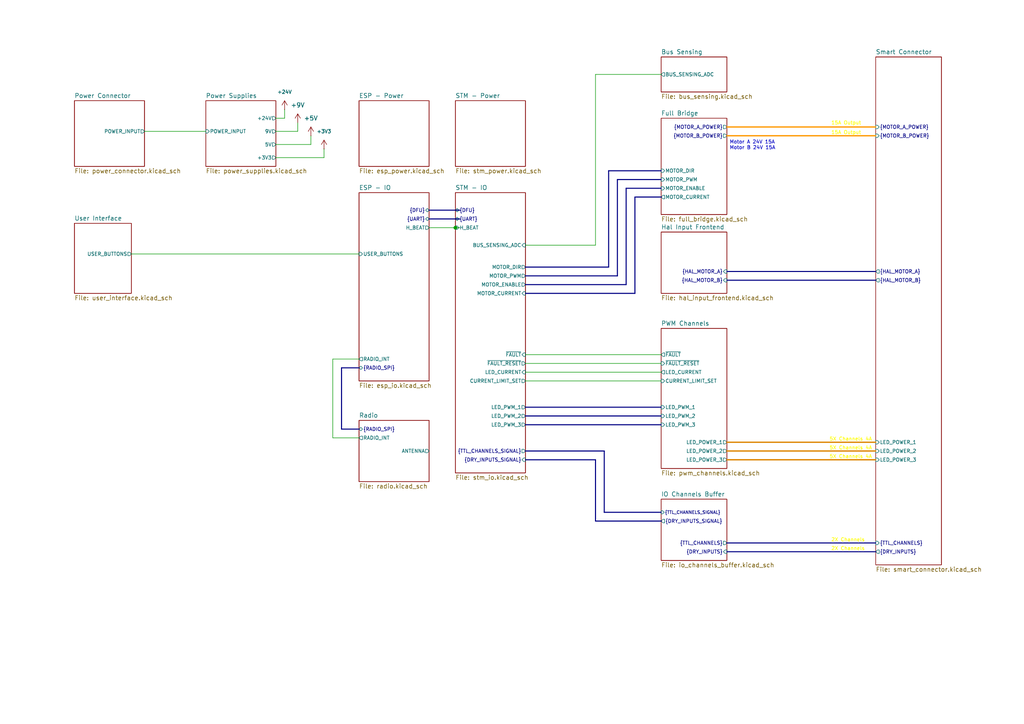
<source format=kicad_sch>
(kicad_sch (version 20250114) (generator "eeschema") (generator_version "9.0")
  (paper "A4")
  (lib_symbols
    (symbol "power:+24V" (power) (pin_numbers (hide yes)) (pin_names (offset 0) (hide yes))
      (property "Value" "+24V" (at 0 3.556 0))
      (symbol "+24V_0_1"
        (polyline (pts (xy -0.762 1.27) (xy 0 2.54)))
        (polyline (pts (xy 0 2.54) (xy 0.762 1.27)))
        (polyline (pts (xy 0 0) (xy 0 2.54)))
      )
      (symbol "+24V_1_1"
        (pin power_in line (at 0 0 90) (length 0) (name "~") (number "1"))
      )
    )
    (symbol "power:+3V3" (power) (pin_numbers (hide yes)) (pin_names (offset 0) (hide yes))
      (property "Value" "+3V3" (at 0 3.556 0))
      (symbol "+3V3_0_1"
        (polyline (pts (xy -0.762 1.27) (xy 0 2.54)))
        (polyline (pts (xy 0 2.54) (xy 0.762 1.27)))
        (polyline (pts (xy 0 0) (xy 0 2.54)))
      )
      (symbol "+3V3_1_1"
        (pin power_in line (at 0 0 90) (length 0) (name "~") (number "1"))
      )
    )
    (symbol "power:+5V" (power) (pin_numbers (hide yes)) (pin_names (offset 0) (hide yes))
      (property "Value" "+5V" (at 0 3.556 0))
      (symbol "+5V_0_1"
        (polyline (pts (xy -0.762 1.27) (xy 0 2.54)))
        (polyline (pts (xy 0 2.54) (xy 0.762 1.27)))
        (polyline (pts (xy 0 0) (xy 0 2.54)))
      )
      (symbol "+5V_1_1"
        (pin power_in line (at 0 0 90) (length 0) (name "~") (number "1"))
      )
    )
    (symbol "power:+9V" (power) (pin_numbers (hide yes)) (pin_names (offset 0) (hide yes))
      (property "Value" "+9V" (at 0 3.556 0))
      (symbol "+9V_0_1"
        (polyline (pts (xy -0.762 1.27) (xy 0 2.54)))
        (polyline (pts (xy 0 2.54) (xy 0.762 1.27)))
        (polyline (pts (xy 0 0) (xy 0 2.54)))
      )
      (symbol "+9V_1_1"
        (pin power_in line (at 0 0 90) (length 0) (name "~") (number "1"))
      )
    )
  )
  (text "2X Channels" (at 241.046 156.718 0) (effects (font (size 1.016 1.016)) (justify left)))
  (text "5X Channels 4A" (at 240.538 127.508 0) (effects (font (size 1.016 1.016)) (justify left)))
  (text "5X Channels 4A" (at 240.538 132.588 0) (effects (font (size 1.016 1.016)) (justify left)))
  (text "2X Channels" (at 241.046 159.258 0) (effects (font (size 1.016 1.016)) (justify left)))
  (text "15A Output" (at 241.046 38.608 0) (effects (font (size 1.016 1.016)) (justify left)))
  (text "5X Channels 4A" (at 240.538 130.048 0) (effects (font (size 1.016 1.016)) (justify left)))
  (text "Motor A 24V 15A\nMotor B 24V 15A" (at 211.582 42.164 0) (effects (font (size 1.016 1.016)) (justify left)))
  (text "15A Output" (at 241.046 35.814 0) (effects (font (size 1.016 1.016)) (justify left)))
  (junction (at 132.08 66.04))
  (wire (pts (xy 172.72 21.59) (xy 191.77 21.59)))
  (bus (pts (xy 172.72 133.35) (xy 152.4 133.35)))
  (bus (pts (xy 179.07 80.01) (xy 179.07 52.07)))
  (bus (pts (xy 152.4 130.81) (xy 175.26 130.81)))
  (wire (pts (xy 152.4 107.95) (xy 191.77 107.95)))
  (wire (pts (xy 104.14 127) (xy 96.52 127)))
  (wire (pts (xy 152.4 105.41) (xy 191.77 105.41)))
  (wire (pts (xy 132.08 66.04) (xy 133.35 66.04)))
  (bus (pts (xy 124.46 60.96) (xy 133.35 60.96)))
  (bus (pts (xy 184.15 57.15) (xy 191.77 57.15)))
  (bus (pts (xy 179.07 52.07) (xy 191.77 52.07)))
  (bus (pts (xy 152.4 118.11) (xy 191.77 118.11)))
  (bus (pts (xy 191.77 49.53) (xy 176.53 49.53)))
  (wire (pts (xy 38.1 73.66) (xy 104.14 73.66)))
  (wire (pts (xy 152.4 102.87) (xy 191.77 102.87)))
  (bus (pts (xy 181.61 82.55) (xy 181.61 54.61)))
  (wire (pts (xy 86.36 38.1) (xy 86.36 35.56)))
  (bus (pts (xy 99.06 124.46) (xy 104.14 124.46)))
  (wire (pts (xy 80.01 38.1) (xy 86.36 38.1)))
  (bus (pts (xy 175.26 130.81) (xy 175.26 148.59)))
  (bus (pts (xy 152.4 120.65) (xy 191.77 120.65)))
  (bus (pts (xy 176.53 77.47) (xy 152.4 77.47)))
  (bus (pts (xy 172.72 151.13) (xy 172.72 133.35)))
  (bus (pts (xy 152.4 123.19) (xy 191.77 123.19)))
  (bus (pts (xy 184.15 85.09) (xy 184.15 57.15)))
  (bus (pts (xy 152.4 85.09) (xy 184.15 85.09)))
  (bus (pts (xy 210.82 133.35) (xy 254 133.35)) (stroke (width 0.381) (color 221 133 0 1)))
  (bus (pts (xy 175.26 148.59) (xy 191.77 148.59)))
  (wire (pts (xy 93.98 45.72) (xy 80.01 45.72)))
  (bus (pts (xy 181.61 54.61) (xy 191.77 54.61)))
  (wire (pts (xy 82.55 34.29) (xy 80.01 34.29)))
  (wire (pts (xy 90.17 41.91) (xy 90.17 39.37)))
  (bus (pts (xy 104.14 106.68) (xy 99.06 106.68)))
  (wire (pts (xy 41.91 38.1) (xy 59.69 38.1)))
  (bus (pts (xy 152.4 82.55) (xy 181.61 82.55)))
  (wire (pts (xy 82.55 31.75) (xy 82.55 34.29)))
  (wire (pts (xy 152.4 71.12) (xy 172.72 71.12)))
  (bus (pts (xy 210.82 130.81) (xy 254 130.81)) (stroke (width 0.381) (color 221 133 0 1)))
  (wire (pts (xy 124.46 66.04) (xy 132.08 66.04)))
  (bus (pts (xy 210.82 81.28) (xy 254 81.28)))
  (wire (pts (xy 96.52 104.14) (xy 104.14 104.14)))
  (bus (pts (xy 210.82 157.48) (xy 254 157.48)))
  (wire (pts (xy 80.01 41.91) (xy 90.17 41.91)))
  (bus (pts (xy 210.82 160.02) (xy 254 160.02)))
  (bus (pts (xy 210.82 36.83) (xy 254 36.83)) (stroke (width 0.381) (color 255 153 0 1)))
  (bus (pts (xy 176.53 49.53) (xy 176.53 77.47)))
  (bus (pts (xy 210.82 128.27) (xy 254 128.27)) (stroke (width 0.381) (color 221 133 0 1)))
  (wire (pts (xy 152.4 110.49) (xy 191.77 110.49)))
  (wire (pts (xy 96.52 127) (xy 96.52 104.14)))
  (wire (pts (xy 172.72 71.12) (xy 172.72 21.59)))
  (bus (pts (xy 210.82 78.74) (xy 254 78.74)))
  (bus (pts (xy 191.77 151.13) (xy 172.72 151.13)))
  (bus (pts (xy 152.4 80.01) (xy 179.07 80.01)))
  (bus (pts (xy 99.06 106.68) (xy 99.06 124.46)))
  (wire (pts (xy 93.98 43.18) (xy 93.98 45.72)))
  (bus (pts (xy 124.46 63.5) (xy 133.35 63.5)))
  (bus (pts (xy 210.82 39.37) (xy 254 39.37)) (stroke (width 0.381) (color 255 153 0 1)))
  (symbol (lib_id "power:+9V") (at 86.36 35.56 0) (unit 1)
    (property "Reference" "#PWR0304" (effects (hide yes)))
    (property "Value" "+9V" (at 86.36 30.48 0))
    (property "Description" "Power symbol creates a global label with name \"+9V\"" (effects (hide yes)))
  )
  (symbol (lib_id "power:+5V") (at 90.17 39.37 0) (unit 1)
    (property "Reference" "#PWR0303" (effects (hide yes)))
    (property "Value" "+5V" (at 90.17 34.29 0))
    (property "Description" "Power symbol creates a global label with name \"+5V\"" (effects (hide yes)))
  )
  (symbol (lib_id "power:+3V3") (at 93.98 43.18 0) (unit 1)
    (property "Reference" "#PWR0302" (effects (hide yes)))
    (property "Value" "+3V3" (at 93.98 38.1 0) (effects (font (size 1.016 1.016))))
    (property "Description" "Power symbol creates a global label with name \"+3V3\"" (effects (hide yes)))
  )
  (symbol (lib_id "power:+24V") (at 82.55 31.75 0) (unit 1)
    (property "Reference" "#PWR0301" (effects (hide yes)))
    (property "Value" "+24V" (at 82.55 26.67 0) (effects (font (size 1.016 1.016))))
    (property "Description" "Power symbol creates a global label with name \"+24V\"" (effects (hide yes)))
  )
  (sheet (at 59.69 29.21) (size 20.32 19.05) (stroke (width 0.1524))
    (property "Sheetname" "Power Supplies" (at 59.69 28.4984 0) (effects (justify left bottom)))
    (property "Sheetfile" "power_supplies.kicad_sch" (at 59.69 48.8446 0) (effects (justify left top)))
    (pin "+3V3" output (at 80.01 45.72 0) (effects (font (size 1.016 1.016))))
    (pin "+24V" output (at 80.01 34.29 0) (effects (font (size 1.016 1.016))))
    (pin "POWER_INPUT" input (at 59.69 38.1 180) (effects (font (size 1.016 1.016))))
    (pin "5V" output (at 80.01 41.91 0) (effects (font (size 1.016 1.016))))
    (pin "9V" output (at 80.01 38.1 0) (effects (font (size 1.016 1.016))))
  )
  (sheet (at 104.14 55.88) (size 20.32 54.61) (stroke (width 0.1524))
    (property "Sheetname" "ESP - IO" (at 104.14 55.1684 0) (effects (justify left bottom)))
    (property "Sheetfile" "esp_io.kicad_sch" (at 104.14 111.0746 0) (effects (justify left top)))
    (pin "{UART}" bidirectional (at 124.46 63.5 0) (effects (font (size 1.016 1.016))))
    (pin "H_BEAT" output (at 124.46 66.04 0) (effects (font (size 1.016 1.016))))
    (pin "{DFU}" bidirectional (at 124.46 60.96 0) (effects (font (size 1.016 1.016))))
    (pin "RADIO_INT" output (at 104.14 104.14 180) (effects (font (size 1.016 1.016))))
    (pin "{RADIO_SPI}" bidirectional (at 104.14 106.68 180) (effects (font (size 1.016 1.016))))
    (pin "USER_BUTTONS" input (at 104.14 73.66 180) (effects (font (size 1.016 1.016))))
  )
  (sheet (at 104.14 29.21) (size 20.32 19.05) (stroke (width 0.1524))
    (property "Sheetname" "ESP - Power" (at 104.14 28.4984 0) (effects (justify left bottom)))
    (property "Sheetfile" "esp_power.kicad_sch" (at 104.14 48.8446 0) (effects (justify left top)))
  )
  (sheet (at 104.14 121.92) (size 20.32 17.78) (stroke (width 0.1524))
    (property "Sheetname" "Radio" (at 104.14 121.2084 0) (effects (justify left bottom)))
    (property "Sheetfile" "radio.kicad_sch" (at 104.14 140.2846 0) (effects (justify left top)))
    (pin "RADIO_INT" output (at 104.14 127 180) (effects (font (size 1.016 1.016))))
    (pin "{RADIO_SPI}" bidirectional (at 104.14 124.46 180) (effects (font (size 1.016 1.016))))
    (pin "ANTENNA" output (at 124.46 130.81 0) (effects (font (size 1.016 1.016))))
  )
  (sheet (at 132.08 29.21) (size 20.32 19.05) (stroke (width 0.1524))
    (property "Sheetname" "STM - Power" (at 132.08 28.4984 0) (effects (justify left bottom)))
    (property "Sheetfile" "stm_power.kicad_sch" (at 132.08 48.8446 0) (effects (justify left top)))
  )
  (sheet (at 21.59 29.21) (size 20.32 19.05) (stroke (width 0.1524))
    (property "Sheetname" "Power Connector" (at 21.59 28.4984 0) (effects (justify left bottom)))
    (property "Sheetfile" "power_connector.kicad_sch" (at 21.59 48.8446 0) (effects (justify left top)))
    (pin "POWER_INPUT" output (at 41.91 38.1 0) (effects (font (size 1.016 1.016))))
  )
  (sheet (at 191.77 67.31) (size 19.05 17.78) (stroke (width 0.1524))
    (property "Sheetname" "Hal Input Frontend" (at 191.77 66.5984 0) (effects (justify left bottom)))
    (property "Sheetfile" "hal_input_frontend.kicad_sch" (at 191.77 85.6746 0) (effects (justify left top)))
    (pin "{HAL_MOTOR_A}" input (at 210.82 78.74 0) (effects (font (size 1.016 1.016))))
    (pin "{HAL_MOTOR_B}" input (at 210.82 81.28 0) (effects (font (size 1.016 1.016))))
  )
  (sheet (at 254 16.51) (size 19.05 147.32) (stroke (width 0.1524))
    (property "Sheetname" "Smart Connector" (at 254 15.7984 0) (effects (justify left bottom)))
    (property "Sheetfile" "smart_connector.kicad_sch" (at 254 164.4146 0) (effects (justify left top)))
    (pin "{MOTOR_A_POWER}" input (at 254 36.83 180) (effects (font (size 1.016 1.016))))
    (pin "{MOTOR_B_POWER}" input (at 254 39.37 180) (effects (font (size 1.016 1.016))))
    (pin "{HAL_MOTOR_A}" output (at 254 78.74 180) (effects (font (size 1.016 1.016))))
    (pin "{HAL_MOTOR_B}" output (at 254 81.28 180) (effects (font (size 1.016 1.016))))
    (pin "{TTL_CHANNELS}" input (at 254 157.48 180) (effects (font (size 1.016 1.016))))
    (pin "{DRY_INPUTS}" output (at 254 160.02 180) (effects (font (size 1.016 1.016))))
    (pin "LED_POWER_1" input (at 254 128.27 180) (effects (font (size 1.016 1.016))))
    (pin "LED_POWER_2" input (at 254 130.81 180) (effects (font (size 1.016 1.016))))
    (pin "LED_POWER_3" input (at 254 133.35 180) (effects (font (size 1.016 1.016))))
  )
  (sheet (at 191.77 95.25) (size 19.05 40.64) (stroke (width 0.1524))
    (property "Sheetname" "PWM Channels" (at 191.77 94.5384 0) (effects (justify left bottom)))
    (property "Sheetfile" "pwm_channels.kicad_sch" (at 191.77 136.4746 0) (effects (justify left top)))
    (pin "LED_PWM_1" input (at 191.77 118.11 180) (effects (font (size 1.016 1.016))))
    (pin "LED_PWM_2" input (at 191.77 120.65 180) (effects (font (size 1.016 1.016))))
    (pin "LED_PWM_3" input (at 191.77 123.19 180) (effects (font (size 1.016 1.016))))
    (pin "LED_POWER_1" output (at 210.82 128.27 0) (effects (font (size 1.016 1.016))))
    (pin "LED_POWER_2" output (at 210.82 130.81 0) (effects (font (size 1.016 1.016))))
    (pin "LED_POWER_3" output (at 210.82 133.35 0) (effects (font (size 1.016 1.016))))
    (pin "CURRENT_LIMIT_SET" input (at 191.77 110.49 180) (effects (font (size 1.016 1.016))))
    (pin "LED_CURRENT" output (at 191.77 107.95 180) (effects (font (size 1.016 1.016))))
    (pin "~{FAULT_RESET}" input (at 191.77 105.41 180) (effects (font (size 1.016 1.016))))
    (pin "~{FAULT}" output (at 191.77 102.87 180) (effects (font (size 1.016 1.016))))
  )
  (sheet (at 191.77 34.29) (size 19.05 27.94) (stroke (width 0.1524))
    (property "Sheetname" "Full Bridge" (at 191.77 33.5784 0) (effects (justify left bottom)))
    (property "Sheetfile" "full_bridge.kicad_sch" (at 191.77 62.8146 0) (effects (justify left top)))
    (pin "{MOTOR_A_POWER}" output (at 210.82 36.83 0) (effects (font (size 1.016 1.016))))
    (pin "{MOTOR_B_POWER}" output (at 210.82 39.37 0) (effects (font (size 1.016 1.016))))
    (pin "MOTOR_CURRENT" output (at 191.77 57.15 180) (effects (font (size 1.016 1.016))))
    (pin "MOTOR_DIR" input (at 191.77 49.53 180) (effects (font (size 1.016 1.016))))
    (pin "MOTOR_ENABLE" input (at 191.77 54.61 180) (effects (font (size 1.016 1.016))))
    (pin "MOTOR_PWM" input (at 191.77 52.07 180) (effects (font (size 1.016 1.016))))
  )
  (sheet (at 191.77 16.51) (size 19.05 10.16) (stroke (width 0.1524))
    (property "Sheetname" "Bus Sensing" (at 191.77 15.7984 0) (effects (justify left bottom)))
    (property "Sheetfile" "bus_sensing.kicad_sch" (at 191.77 27.2546 0) (effects (justify left top)))
    (pin "BUS_SENSING_ADC" output (at 191.77 21.59 180) (effects (font (size 1.016 1.016))))
  )
  (sheet (at 191.77 144.78) (size 19.05 17.78) (stroke (width 0.1524))
    (property "Sheetname" "IO Channels Buffer" (at 191.77 144.0684 0) (effects (justify left bottom)))
    (property "Sheetfile" "io_channels_buffer.kicad_sch" (at 191.77 163.1446 0) (effects (justify left top)))
    (pin "{TTL_CHANNELS_SIGNAL}" input (at 191.77 148.59 180) (effects (font (size 0.889 0.889))))
    (pin "{TTL_CHANNELS}" output (at 210.82 157.48 0) (effects (font (size 1.016 1.016))))
    (pin "{DRY_INPUTS_SIGNAL}" output (at 191.77 151.13 180) (effects (font (size 1.016 1.016))))
    (pin "{DRY_INPUTS}" input (at 210.82 160.02 0) (effects (font (size 1.016 1.016))))
  )
  (sheet (at 21.59 64.77) (size 16.51 20.32) (stroke (width 0.1524))
    (property "Sheetname" "User Interface" (at 21.59 64.0584 0) (effects (justify left bottom)))
    (property "Sheetfile" "user_interface.kicad_sch" (at 21.59 85.6746 0) (effects (justify left top)))
    (pin "USER_BUTTONS" output (at 38.1 73.66 0) (effects (font (size 1.016 1.016))))
  )
  (sheet (at 132.08 55.88) (size 20.32 81.28) (stroke (width 0.1524))
    (property "Sheetname" "STM - IO" (at 132.08 55.1684 0) (effects (justify left bottom)))
    (property "Sheetfile" "stm_io.kicad_sch" (at 132.08 137.7446 0) (effects (justify left top)))
    (pin "{UART}" bidirectional (at 132.08 63.5 180) (effects (font (size 1.016 1.016))))
    (pin "H_BEAT" input (at 132.08 66.04 180) (effects (font (size 1.016 1.016))))
    (pin "{DFU}" bidirectional (at 132.08 60.96 180) (effects (font (size 1.016 1.016))))
    (pin "MOTOR_PWM" output (at 152.4 80.01 0) (effects (font (size 1.016 1.016))))
    (pin "{TTL_CHANNELS_SIGNAL}" output (at 152.4 130.81 0) (effects (font (size 1.016 1.016))))
    (pin "{DRY_INPUTS_SIGNAL}" input (at 152.4 133.35 0) (effects (font (size 1.016 1.016))))
    (pin "MOTOR_DIR" output (at 152.4 77.47 0) (effects (font (size 1.016 1.016))))
    (pin "MOTOR_ENABLE" output (at 152.4 82.55 0) (effects (font (size 1.016 1.016))))
    (pin "LED_PWM_3" output (at 152.4 123.19 0) (effects (font (size 1.016 1.016))))
    (pin "MOTOR_CURRENT" input (at 152.4 85.09 0) (effects (font (size 1.016 1.016))))
    (pin "LED_PWM_1" output (at 152.4 118.11 0) (effects (font (size 1.016 1.016))))
    (pin "LED_PWM_2" output (at 152.4 120.65 0) (effects (font (size 1.016 1.016))))
    (pin "BUS_SENSING_ADC" input (at 152.4 71.12 0) (effects (font (size 1.016 1.016))))
    (pin "CURRENT_LIMIT_SET" output (at 152.4 110.49 0) (effects (font (size 1.016 1.016))))
    (pin "LED_CURRENT" input (at 152.4 107.95 0) (effects (font (size 1.016 1.016))))
    (pin "~{FAULT_RESET}" output (at 152.4 105.41 0) (effects (font (size 1.016 1.016))))
    (pin "~{FAULT}" input (at 152.4 102.87 0) (effects (font (size 1.016 1.016))))
  )
)
</source>
